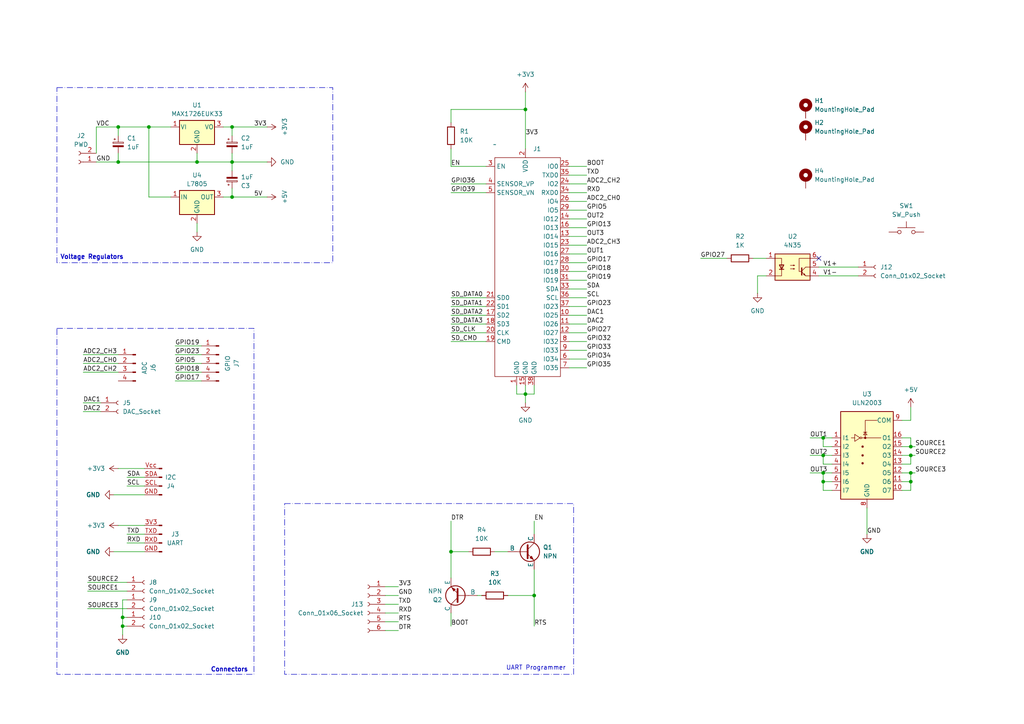
<source format=kicad_sch>
(kicad_sch (version 20231120) (generator "eeschema") (generator_version "8.0")
  (paper "A4")
  (lib_symbols
    (symbol "Alexander_Library_Symbols:Conn_I2C_01x04" (pin_names (offset 1.016) hide)
      (property "Reference" "J" (at 0 5.08 0))
      (property "Value" "I2C" (at 0 -7.62 0))
      (symbol "Conn_I2C_01x04_1_1"
        (polyline (pts (xy 1.27 -5.08) (xy 0.8636 -5.08)) (stroke (width 0.1524)))
        (polyline (pts (xy 1.27 -2.54) (xy 0.8636 -2.54)) (stroke (width 0.1524)))
        (polyline (pts (xy 1.27 0) (xy 0.8636 0)) (stroke (width 0.1524)))
        (polyline (pts (xy 1.27 2.54) (xy 0.8636 2.54)) (stroke (width 0.1524)))
        (rectangle (start 0.8636 -4.953) (end 0 -5.207) (stroke (width 0.1524)) (fill (type outline)))
        (rectangle (start 0.8636 -2.413) (end 0 -2.667) (stroke (width 0.1524)) (fill (type outline)))
        (rectangle (start 0.8636 0.127) (end 0 -0.127) (stroke (width 0.1524)) (fill (type outline)))
        (rectangle (start 0.8636 2.667) (end 0 2.413) (stroke (width 0.1524)) (fill (type outline)))
        (pin power_out line (at 5.08 -5.08 180) (length 3.81) (name "GND") (number "GND"))
        (pin bidirectional line (at 5.08 -2.54 180) (length 3.81) (name "SCL") (number "SCL"))
        (pin bidirectional line (at 5.08 0 180) (length 3.81) (name "SDA") (number "SDA"))
        (pin power_in line (at 5.08 2.54 180) (length 3.81) (name "VCC") (number "Vcc"))
      )
    )
    (symbol "Alexander_Library_Symbols:ESP32-WROOM-32D-SOCKET"
      (property "Reference" "J" (at 0 0 0))
      (symbol "ESP32-WROOM-32D-SOCKET_0_1"
        (rectangle (start 0 -3.81) (end 19.05 -67.31))
      )
      (symbol "ESP32-WROOM-32D-SOCKET_1_1"
        (pin power_out line (at 6.35 -69.85 90) (length 2.54) (name "GND") (number "1"))
        (pin bidirectional line (at 21.59 -49.53 180) (length 2.54) (name "IO25") (number "10"))
        (pin bidirectional line (at 21.59 -52.07 180) (length 2.54) (name "IO26") (number "11"))
        (pin bidirectional line (at 21.59 -54.61 180) (length 2.54) (name "IO27") (number "12"))
        (pin bidirectional line (at 21.59 -26.67 180) (length 2.54) (name "IO14") (number "13"))
        (pin bidirectional line (at 21.59 -21.59 180) (length 2.54) (name "IO12") (number "14"))
        (pin power_out line (at 8.89 -69.85 90) (length 2.54) (name "GND") (number "15"))
        (pin bidirectional line (at 21.59 -24.13 180) (length 2.54) (name "IO13") (number "16"))
        (pin input line (at -2.54 -49.53 0) (length 2.54) (name "SD2") (number "17"))
        (pin input line (at -2.54 -52.07 0) (length 2.54) (name "SD3") (number "18"))
        (pin input line (at -2.54 -57.15 0) (length 2.54) (name "CMD") (number "19"))
        (pin power_in line (at 8.89 -1.27 270) (length 2.54) (name "VDD") (number "2"))
        (pin input line (at -2.54 -54.61 0) (length 2.54) (name "CLK") (number "20"))
        (pin input line (at -2.54 -44.45 0) (length 2.54) (name "SD0") (number "21"))
        (pin input line (at -2.54 -46.99 0) (length 2.54) (name "SD1") (number "22"))
        (pin bidirectional line (at 21.59 -29.21 180) (length 2.54) (name "IO15") (number "23"))
        (pin bidirectional line (at 21.59 -11.43 180) (length 2.54) (name "IO2") (number "24"))
        (pin bidirectional line (at 21.59 -6.35 180) (length 2.54) (name "IO0") (number "25"))
        (pin bidirectional line (at 21.59 -16.51 180) (length 2.54) (name "IO4") (number "26"))
        (pin bidirectional line (at 21.59 -31.75 180) (length 2.54) (name "IO16") (number "27"))
        (pin bidirectional line (at 21.59 -34.29 180) (length 2.54) (name "IO17") (number "28"))
        (pin bidirectional line (at 21.59 -19.05 180) (length 2.54) (name "IO5") (number "29"))
        (pin input line (at -2.54 -6.35 0) (length 2.54) (name "EN") (number "3"))
        (pin bidirectional line (at 21.59 -36.83 180) (length 2.54) (name "IO18") (number "30"))
        (pin bidirectional line (at 21.59 -39.37 180) (length 2.54) (name "IO19") (number "31"))
        (pin bidirectional line (at 21.59 -41.91 180) (length 2.54) (name "SDA") (number "33"))
        (pin input line (at 21.59 -13.97 180) (length 2.54) (name "RXD0") (number "34"))
        (pin output line (at 21.59 -8.89 180) (length 2.54) (name "TXD0") (number "35"))
        (pin bidirectional line (at 21.59 -44.45 180) (length 2.54) (name "SCL") (number "36"))
        (pin bidirectional line (at 21.59 -46.99 180) (length 2.54) (name "IO23") (number "37"))
        (pin power_out line (at 11.43 -69.85 90) (length 2.54) (name "GND") (number "38"))
        (pin input line (at -2.54 -11.43 0) (length 2.54) (name "SENSOR_VP") (number "4"))
        (pin input line (at -2.54 -13.97 0) (length 2.54) (name "SENSOR_VN") (number "5"))
        (pin bidirectional line (at 21.59 -62.23 180) (length 2.54) (name "IO34") (number "6"))
        (pin bidirectional line (at 21.59 -64.77 180) (length 2.54) (name "IO35") (number "7"))
        (pin bidirectional line (at 21.59 -57.15 180) (length 2.54) (name "IO32") (number "8"))
        (pin bidirectional line (at 21.59 -59.69 180) (length 2.54) (name "IO33") (number "9"))
      )
    )
    (symbol "Conn_UART_1" (pin_names (offset 1.016) hide)
      (property "Reference" "J" (at 1.27 3.81 0))
      (property "Value" "UART" (at 2.54 -10.16 0))
      (symbol "Conn_UART_1_1_1"
        (polyline (pts (xy 1.27 -7.62) (xy 0.8636 -7.62)) (stroke (width 0.1524)))
        (polyline (pts (xy 1.27 -5.08) (xy 0.8636 -5.08)) (stroke (width 0.1524)))
        (polyline (pts (xy 1.27 -2.54) (xy 0.8636 -2.54)) (stroke (width 0.1524)))
        (polyline (pts (xy 1.27 0) (xy 0.8636 0)) (stroke (width 0.1524)))
        (rectangle (start 0.8636 -7.493) (end 0 -7.747) (stroke (width 0.1524)) (fill (type outline)))
        (rectangle (start 0.8636 -4.953) (end 0 -5.207) (stroke (width 0.1524)) (fill (type outline)))
        (rectangle (start 0.8636 -2.413) (end 0 -2.667) (stroke (width 0.1524)) (fill (type outline)))
        (rectangle (start 0.8636 0.127) (end 0 -0.127) (stroke (width 0.1524)) (fill (type outline)))
        (pin power_in line (at 5.08 0 180) (length 3.81) (name "3V3") (number "3V3"))
        (pin power_out line (at 5.08 -7.62 180) (length 3.81) (name "GND") (number "GND"))
        (pin input line (at 5.08 -5.08 180) (length 3.81) (name "RXD") (number "RXD"))
        (pin output line (at 5.08 -2.54 180) (length 3.81) (name "TXD") (number "TXD"))
      )
    )
    (symbol "Connector:Conn_01x02_Socket" (pin_names (offset 1.016) hide)
      (property "Reference" "J" (at 0 2.54 0))
      (property "Value" "Conn_01x02_Socket" (at 0 -5.08 0))
      (symbol "Conn_01x02_Socket_1_1"
        (arc (start 0 -2.032) (mid -0.5058 -2.54) (end 0 -3.048) (stroke (width 0.1524)))
        (polyline (pts (xy -1.27 -2.54) (xy -0.508 -2.54)) (stroke (width 0.1524)))
        (polyline (pts (xy -1.27 0) (xy -0.508 0)) (stroke (width 0.1524)))
        (arc (start 0 0.508) (mid -0.5058 0) (end 0 -0.508) (stroke (width 0.1524)))
        (pin passive line (at -5.08 0 0) (length 3.81) (name "Pin_1") (number "1"))
        (pin passive line (at -5.08 -2.54 0) (length 3.81) (name "Pin_2") (number "2"))
      )
    )
    (symbol "Connector:Conn_01x04_Pin" (pin_names (offset 1.016) hide)
      (property "Reference" "J" (at 0 5.08 0))
      (property "Value" "I2C" (at 0 -7.62 0))
      (symbol "Conn_01x04_Pin_1_1"
        (polyline (pts (xy 1.27 -5.08) (xy 0.8636 -5.08)) (stroke (width 0.1524)))
        (polyline (pts (xy 1.27 -2.54) (xy 0.8636 -2.54)) (stroke (width 0.1524)))
        (polyline (pts (xy 1.27 0) (xy 0.8636 0)) (stroke (width 0.1524)))
        (polyline (pts (xy 1.27 2.54) (xy 0.8636 2.54)) (stroke (width 0.1524)))
        (rectangle (start 0.8636 -4.953) (end 0 -5.207) (stroke (width 0.1524)) (fill (type outline)))
        (rectangle (start 0.8636 -2.413) (end 0 -2.667) (stroke (width 0.1524)) (fill (type outline)))
        (rectangle (start 0.8636 0.127) (end 0 -0.127) (stroke (width 0.1524)) (fill (type outline)))
        (rectangle (start 0.8636 2.667) (end 0 2.413) (stroke (width 0.1524)) (fill (type outline)))
        (pin passive line (at 5.08 2.54 180) (length 3.81) (name "Pin_1") (number "1"))
        (pin passive line (at 5.08 0 180) (length 3.81) (name "Pin_2") (number "2"))
        (pin passive line (at 5.08 -2.54 180) (length 3.81) (name "Pin_3") (number "3"))
        (pin passive line (at 5.08 -5.08 180) (length 3.81) (name "Pin_4") (number "4"))
      )
    )
    (symbol "Connector:Conn_01x05_Pin" (pin_names (offset 1.016) hide)
      (property "Reference" "J" (at 0 7.62 0))
      (property "Value" "Conn_01x05_Pin" (at 0 -7.62 0))
      (symbol "Conn_01x05_Pin_1_1"
        (polyline (pts (xy 1.27 -5.08) (xy 0.8636 -5.08)) (stroke (width 0.1524)))
        (polyline (pts (xy 1.27 -2.54) (xy 0.8636 -2.54)) (stroke (width 0.1524)))
        (polyline (pts (xy 1.27 0) (xy 0.8636 0)) (stroke (width 0.1524)))
        (polyline (pts (xy 1.27 2.54) (xy 0.8636 2.54)) (stroke (width 0.1524)))
        (polyline (pts (xy 1.27 5.08) (xy 0.8636 5.08)) (stroke (width 0.1524)))
        (rectangle (start 0.8636 -4.953) (end 0 -5.207) (stroke (width 0.1524)) (fill (type outline)))
        (rectangle (start 0.8636 -2.413) (end 0 -2.667) (stroke (width 0.1524)) (fill (type outline)))
        (rectangle (start 0.8636 0.127) (end 0 -0.127) (stroke (width 0.1524)) (fill (type outline)))
        (rectangle (start 0.8636 2.667) (end 0 2.413) (stroke (width 0.1524)) (fill (type outline)))
        (rectangle (start 0.8636 5.207) (end 0 4.953) (stroke (width 0.1524)) (fill (type outline)))
        (pin passive line (at 5.08 5.08 180) (length 3.81) (name "Pin_1") (number "1"))
        (pin passive line (at 5.08 2.54 180) (length 3.81) (name "Pin_2") (number "2"))
        (pin passive line (at 5.08 0 180) (length 3.81) (name "Pin_3") (number "3"))
        (pin passive line (at 5.08 -2.54 180) (length 3.81) (name "Pin_4") (number "4"))
        (pin passive line (at 5.08 -5.08 180) (length 3.81) (name "Pin_5") (number "5"))
      )
    )
    (symbol "Connector:Conn_01x06_Socket" (pin_names (offset 1.016) hide)
      (property "Reference" "J" (at 0 7.62 0))
      (property "Value" "Conn_01x06_Socket" (at 0 -10.16 0))
      (symbol "Conn_01x06_Socket_1_1"
        (arc (start 0 -7.112) (mid -0.5058 -7.62) (end 0 -8.128) (stroke (width 0.1524)))
        (arc (start 0 -4.572) (mid -0.5058 -5.08) (end 0 -5.588) (stroke (width 0.1524)))
        (arc (start 0 -2.032) (mid -0.5058 -2.54) (end 0 -3.048) (stroke (width 0.1524)))
        (polyline (pts (xy -1.27 -7.62) (xy -0.508 -7.62)) (stroke (width 0.1524)))
        (polyline (pts (xy -1.27 -5.08) (xy -0.508 -5.08)) (stroke (width 0.1524)))
        (polyline (pts (xy -1.27 -2.54) (xy -0.508 -2.54)) (stroke (width 0.1524)))
        (polyline (pts (xy -1.27 0) (xy -0.508 0)) (stroke (width 0.1524)))
        (polyline (pts (xy -1.27 2.54) (xy -0.508 2.54)) (stroke (width 0.1524)))
        (polyline (pts (xy -1.27 5.08) (xy -0.508 5.08)) (stroke (width 0.1524)))
        (arc (start 0 0.508) (mid -0.5058 0) (end 0 -0.508) (stroke (width 0.1524)))
        (arc (start 0 3.048) (mid -0.5058 2.54) (end 0 2.032) (stroke (width 0.1524)))
        (arc (start 0 5.588) (mid -0.5058 5.08) (end 0 4.572) (stroke (width 0.1524)))
        (pin passive line (at -5.08 5.08 0) (length 3.81) (name "Pin_1") (number "1"))
        (pin passive line (at -5.08 2.54 0) (length 3.81) (name "Pin_2") (number "2"))
        (pin passive line (at -5.08 0 0) (length 3.81) (name "Pin_3") (number "3"))
        (pin passive line (at -5.08 -2.54 0) (length 3.81) (name "Pin_4") (number "4"))
        (pin passive line (at -5.08 -5.08 0) (length 3.81) (name "Pin_5") (number "5"))
        (pin passive line (at -5.08 -7.62 0) (length 3.81) (name "Pin_6") (number "6"))
      )
    )
    (symbol "Device:C_Polarized_Small" (pin_numbers hide) (pin_names (offset 0.254) hide)
      (property "Reference" "C" (at 0.254 1.778 0))
      (property "Value" "C_Polarized_Small" (at 0.254 -2.032 0))
      (symbol "C_Polarized_Small_0_1"
        (rectangle (start -1.524 -0.3048) (end 1.524 -0.6858) (fill (type outline)))
        (rectangle (start -1.524 0.6858) (end 1.524 0.3048))
        (polyline (pts (xy -1.27 1.524) (xy -0.762 1.524)))
        (polyline (pts (xy -1.016 1.27) (xy -1.016 1.778)))
      )
      (symbol "C_Polarized_Small_1_1"
        (pin passive line (at 0 2.54 270) (length 1.8542) (name "~") (number "1"))
        (pin passive line (at 0 -2.54 90) (length 1.8542) (name "~") (number "2"))
      )
    )
    (symbol "Device:R" (pin_numbers hide) (pin_names (offset 0))
      (property "Reference" "R" (at 2.032 0 90))
      (property "Value" "R" (at 0 0 90))
      (symbol "R_0_1"
        (rectangle (start -1.016 -2.54) (end 1.016 2.54) (stroke (width 0.254)))
      )
      (symbol "R_1_1"
        (pin passive line (at 0 3.81 270) (length 1.27) (name "~") (number "1"))
        (pin passive line (at 0 -3.81 90) (length 1.27) (name "~") (number "2"))
      )
    )
    (symbol "GND_1" (power) (pin_numbers hide) (pin_names (offset 0) hide)
      (property "Value" "GND" (at 0 -3.81 0))
      (symbol "GND_1_0_1"
        (polyline (pts (xy 0 0) (xy 0 -1.27) (xy 1.27 -1.27) (xy 0 -2.54) (xy -1.27 -1.27) (xy 0 -1.27)))
      )
      (symbol "GND_1_1_1"
        (pin power_in line (at 0 0 270) (length 0) (name "~") (number "1"))
      )
    )
    (symbol "GND_2" (power) (pin_numbers hide) (pin_names (offset 0) hide)
      (property "Value" "GND" (at 0 -3.81 0))
      (symbol "GND_2_0_1"
        (polyline (pts (xy 0 0) (xy 0 -1.27) (xy 1.27 -1.27) (xy 0 -2.54) (xy -1.27 -1.27) (xy 0 -1.27)))
      )
      (symbol "GND_2_1_1"
        (pin power_in line (at 0 0 270) (length 0) (name "~") (number "1"))
      )
    )
    (symbol "Isolator:4N35" (pin_names (offset 1.016))
      (property "Reference" "U" (at -5.08 5.08 0))
      (property "Value" "4N35" (at 0 5.08 0))
      (symbol "4N35_0_1"
        (rectangle (start -5.08 3.81) (end 5.08 -3.81) (stroke (width 0.254)) (fill (type background)))
        (polyline (pts (xy -3.81 -0.635) (xy -2.54 -0.635)) (stroke (width 0.254)))
        (polyline (pts (xy 2.667 -1.397) (xy 3.81 -2.54)))
        (polyline (pts (xy 2.667 -1.143) (xy 3.81 0)))
        (polyline (pts (xy 3.81 -2.54) (xy 5.08 -2.54)))
        (polyline (pts (xy 3.81 0) (xy 5.08 0)))
        (polyline (pts (xy 2.667 -0.254) (xy 2.667 -2.286) (xy 2.667 -2.286)) (stroke (width 0.3556)))
        (polyline (pts (xy -5.08 -2.54) (xy -3.175 -2.54) (xy -3.175 2.54) (xy -5.08 2.54)))
        (polyline (pts (xy -3.175 -0.635) (xy -3.81 0.635) (xy -2.54 0.635) (xy -3.175 -0.635)) (stroke (width 0.254)))
        (polyline (pts (xy 3.683 -2.413) (xy 3.429 -1.905) (xy 3.175 -2.159) (xy 3.683 -2.413)))
        (polyline (pts (xy 5.08 2.54) (xy 1.905 2.54) (xy 1.905 -1.27) (xy 2.54 -1.27)))
        (polyline (pts (xy -0.635 -0.508) (xy 0.635 -0.508) (xy 0.254 -0.635) (xy 0.254 -0.381) (xy 0.635 -0.508)))
        (polyline (pts (xy -0.635 0.508) (xy 0.635 0.508) (xy 0.254 0.381) (xy 0.254 0.635) (xy 0.635 0.508)))
      )
      (symbol "4N35_1_1"
        (pin passive line (at -7.62 2.54 0) (length 2.54) (name "~") (number "1"))
        (pin passive line (at -7.62 -2.54 0) (length 2.54) (name "~") (number "2"))
        (pin no_connect line (at -5.08 0 0) (length 2.54) hide (name "NC") (number "3"))
        (pin passive line (at 7.62 -2.54 180) (length 2.54) (name "~") (number "4"))
        (pin passive line (at 7.62 0 180) (length 2.54) (name "~") (number "5"))
        (pin passive line (at 7.62 2.54 180) (length 2.54) (name "~") (number "6"))
      )
    )
    (symbol "Mechanical:MountingHole_Pad" (pin_numbers hide) (pin_names (offset 1.016) hide)
      (property "Reference" "H" (at 0 6.35 0))
      (property "Value" "MountingHole_Pad" (at 0 4.445 0))
      (symbol "MountingHole_Pad_0_1"
        (circle (center 0 1.27) (radius 1.27) (stroke (width 1.27)))
      )
      (symbol "MountingHole_Pad_1_1"
        (pin input line (at 0 -2.54 90) (length 2.54) (name "1") (number "1"))
      )
    )
    (symbol "Regulator_Linear:L7805" (pin_names (offset 0.254))
      (property "Reference" "U4" (at 0 6.35 0))
      (property "Value" "L7805" (at 0 3.81 0))
      (symbol "L7805_0_1"
        (rectangle (start -5.08 1.905) (end 5.08 -5.08) (stroke (width 0.254)) (fill (type background)))
      )
      (symbol "L7805_1_1"
        (pin power_in line (at -7.62 0 0) (length 2.54) (name "IN") (number "1"))
        (pin power_in line (at 0 -7.62 90) (length 2.54) (name "GND") (number "2"))
        (pin power_out line (at 7.62 0 180) (length 2.54) (name "OUT") (number "3"))
      )
    )
    (symbol "Regulator_Linear:LM78M05_TO220" (pin_names (offset 0.254))
      (property "Reference" "U" (at -3.81 3.175 0))
      (property "Value" "LM78M05_TO220" (at 0 3.175 0))
      (symbol "LM78M05_TO220_0_1"
        (rectangle (start -5.08 1.905) (end 5.08 -5.08) (stroke (width 0.254)) (fill (type background)))
      )
      (symbol "LM78M05_TO220_1_1"
        (pin power_in line (at -7.62 0 0) (length 2.54) (name "VI") (number "1"))
        (pin power_in line (at 0 -7.62 90) (length 2.54) (name "GND") (number "2"))
        (pin power_out line (at 7.62 0 180) (length 2.54) (name "VO") (number "3"))
      )
    )
    (symbol "Simulation_SPICE:NPN" (pin_numbers hide) (pin_names (offset 0))
      (property "Reference" "Q" (at -2.54 7.62 0))
      (property "Value" "NPN" (at -2.54 5.08 0))
      (symbol "NPN_0_1"
        (polyline (pts (xy -2.54 0) (xy 0.635 0)) (stroke (width 0.1524)))
        (polyline (pts (xy 0.635 0.635) (xy 2.54 2.54)))
        (polyline (pts (xy 2.794 -1.27) (xy 2.794 -1.27)) (stroke (width 0.1524)))
        (polyline (pts (xy 2.794 -1.27) (xy 2.794 -1.27)) (stroke (width 0.1524)))
        (polyline (pts (xy 0.635 -0.635) (xy 2.54 -2.54) (xy 2.54 -2.54)))
        (polyline (pts (xy 0.635 1.905) (xy 0.635 -1.905) (xy 0.635 -1.905)) (stroke (width 0.508)))
        (polyline (pts (xy 1.27 -1.778) (xy 1.778 -1.27) (xy 2.286 -2.286) (xy 1.27 -1.778) (xy 1.27 -1.778)) (fill (type outline)))
        (circle (center 1.27 0) (radius 2.8194) (stroke (width 0.254)))
      )
      (symbol "NPN_1_1"
        (pin open_collector line (at 2.54 5.08 270) (length 2.54) (name "C") (number "1"))
        (pin input line (at -5.08 0 0) (length 2.54) (name "B") (number "2"))
        (pin open_emitter line (at 2.54 -5.08 90) (length 2.54) (name "E") (number "3"))
      )
    )
    (symbol "Switch:SW_Push" (pin_numbers hide) (pin_names (offset 1.016) hide)
      (property "Reference" "SW" (at 1.27 2.54 0))
      (property "Value" "SW_Push" (at 0 -1.524 0))
      (symbol "SW_Push_0_1"
        (circle (center -2.032 0) (radius 0.508))
        (polyline (pts (xy 0 1.27) (xy 0 3.048)))
        (polyline (pts (xy 2.54 1.27) (xy -2.54 1.27)))
        (circle (center 2.032 0) (radius 0.508))
        (pin passive line (at -5.08 0 0) (length 2.54) (name "1") (number "1"))
        (pin passive line (at 5.08 0 180) (length 2.54) (name "2") (number "2"))
      )
    )
    (symbol "Transistor_Array:ULN2003"
      (property "Reference" "U" (at 0 15.875 0))
      (property "Value" "ULN2003" (at 0 13.97 0))
      (symbol "ULN2003_0_1"
        (rectangle (start -7.62 -12.7) (end 7.62 12.7) (stroke (width 0.254)) (fill (type background)))
        (circle (center -1.778 5.08) (radius 0.254))
        (circle (center -1.27 -2.286) (radius 0.254) (fill (type outline)))
        (circle (center -1.27 0) (radius 0.254) (fill (type outline)))
        (circle (center -1.27 2.54) (radius 0.254) (fill (type outline)))
        (circle (center -0.508 5.08) (radius 0.254) (fill (type outline)))
        (polyline (pts (xy -4.572 5.08) (xy -3.556 5.08)))
        (polyline (pts (xy -1.524 5.08) (xy 4.064 5.08)))
        (polyline (pts (xy 0 6.731) (xy -1.016 6.731)))
        (polyline (pts (xy -0.508 5.08) (xy -0.508 10.16) (xy 2.921 10.16)))
        (polyline (pts (xy -3.556 6.096) (xy -3.556 4.064) (xy -2.032 5.08) (xy -3.556 6.096)))
        (polyline (pts (xy 0 5.969) (xy -1.016 5.969) (xy -0.508 6.731) (xy 0 5.969)))
      )
      (symbol "ULN2003_1_1"
        (pin input line (at -10.16 5.08 0) (length 2.54) (name "I1") (number "1"))
        (pin open_collector line (at 10.16 -10.16 180) (length 2.54) (name "O7") (number "10"))
        (pin open_collector line (at 10.16 -7.62 180) (length 2.54) (name "O6") (number "11"))
        (pin open_collector line (at 10.16 -5.08 180) (length 2.54) (name "O5") (number "12"))
        (pin open_collector line (at 10.16 -2.54 180) (length 2.54) (name "O4") (number "13"))
        (pin open_collector line (at 10.16 0 180) (length 2.54) (name "O3") (number "14"))
        (pin open_collector line (at 10.16 2.54 180) (length 2.54) (name "O2") (number "15"))
        (pin open_collector line (at 10.16 5.08 180) (length 2.54) (name "O1") (number "16"))
        (pin input line (at -10.16 2.54 0) (length 2.54) (name "I2") (number "2"))
        (pin input line (at -10.16 0 0) (length 2.54) (name "I3") (number "3"))
        (pin input line (at -10.16 -2.54 0) (length 2.54) (name "I4") (number "4"))
        (pin input line (at -10.16 -5.08 0) (length 2.54) (name "I5") (number "5"))
        (pin input line (at -10.16 -7.62 0) (length 2.54) (name "I6") (number "6"))
        (pin input line (at -10.16 -10.16 0) (length 2.54) (name "I7") (number "7"))
        (pin power_in line (at 0 -15.24 90) (length 2.54) (name "GND") (number "8"))
        (pin passive line (at 10.16 10.16 180) (length 2.54) (name "COM") (number "9"))
      )
    )
    (symbol "power:+3V3" (power) (pin_names (offset 0))
      (property "Value" "+3V3" (at 0 3.556 0))
      (symbol "+3V3_0_1"
        (polyline (pts (xy -0.762 1.27) (xy 0 2.54)))
        (polyline (pts (xy 0 0) (xy 0 2.54)))
        (polyline (pts (xy 0 2.54) (xy 0.762 1.27)))
      )
      (symbol "+3V3_1_1"
        (pin power_in line (at 0 0 90) (length 0) hide (name "+3V3") (number "1"))
      )
    )
    (symbol "power:+5V" (power) (pin_names (offset 0))
      (property "Value" "+5V" (at 0 3.556 0))
      (symbol "+5V_0_1"
        (polyline (pts (xy -0.762 1.27) (xy 0 2.54)))
        (polyline (pts (xy 0 0) (xy 0 2.54)))
        (polyline (pts (xy 0 2.54) (xy 0.762 1.27)))
      )
      (symbol "+5V_1_1"
        (pin power_in line (at 0 0 90) (length 0) hide (name "+5V") (number "1"))
      )
    )
    (symbol "power:GND" (power) (pin_names (offset 0))
      (property "Value" "GND" (at 0 -3.81 0))
      (symbol "GND_0_1"
        (polyline (pts (xy 0 0) (xy 0 -1.27) (xy 1.27 -1.27) (xy 0 -2.54) (xy -1.27 -1.27) (xy 0 -1.27)))
      )
      (symbol "GND_1_1"
        (pin power_in line (at 0 0 270) (length 0) hide (name "GND") (number "1"))
      )
    )
  )
  (junction (at 57.15 46.99))
  (junction (at 67.31 46.99))
  (junction (at 34.29 46.99))
  (junction (at 238.76 139.7))
  (junction (at 152.4 31.75))
  (junction (at 264.16 129.54))
  (junction (at 238.76 137.16))
  (junction (at 67.31 57.15))
  (junction (at 238.76 132.08))
  (junction (at 264.16 137.16))
  (junction (at 130.81 160.02))
  (junction (at 264.16 139.7))
  (junction (at 43.18 36.83))
  (junction (at 154.94 172.72))
  (junction (at 35.56 179.07))
  (junction (at 264.16 132.08))
  (junction (at 67.31 36.83))
  (junction (at 35.56 181.61))
  (junction (at 34.29 36.83))
  (junction (at 238.76 127))
  (junction (at 152.4 114.3))
  (no_connect (at 237.49 74.93))
  (wire (pts (xy 165.1 53.34) (xy 170.18 53.34)))
  (wire (pts (xy 57.15 64.77) (xy 57.15 67.31)))
  (wire (pts (xy 130.81 96.52) (xy 140.97 96.52)))
  (wire (pts (xy 35.56 173.99) (xy 35.56 179.07)))
  (wire (pts (xy 36.83 140.97) (xy 41.91 140.97)))
  (wire (pts (xy 111.76 180.34) (xy 115.57 180.34)))
  (wire (pts (xy 25.4 168.91) (xy 36.83 168.91)))
  (wire (pts (xy 165.1 58.42) (xy 170.18 58.42)))
  (wire (pts (xy 130.81 160.02) (xy 135.89 160.02)))
  (wire (pts (xy 111.76 170.18) (xy 115.57 170.18)))
  (wire (pts (xy 130.81 93.98) (xy 140.97 93.98)))
  (wire (pts (xy 49.53 57.15) (xy 43.18 57.15)))
  (wire (pts (xy 36.83 154.94) (xy 41.91 154.94)))
  (wire (pts (xy 154.94 151.13) (xy 154.94 154.94)))
  (wire (pts (xy 152.4 26.67) (xy 152.4 31.75)))
  (wire (pts (xy 165.1 73.66) (xy 170.18 73.66)))
  (wire (pts (xy 165.1 76.2) (xy 170.18 76.2)))
  (wire (pts (xy 34.29 135.89) (xy 41.91 135.89)))
  (wire (pts (xy 35.56 179.07) (xy 35.56 181.61)))
  (wire (pts (xy 143.51 160.02) (xy 147.32 160.02)))
  (wire (pts (xy 57.15 44.45) (xy 57.15 46.99)))
  (wire (pts (xy 165.1 99.06) (xy 170.18 99.06)))
  (wire (pts (xy 34.29 107.95) (xy 24.13 107.95)))
  (wire (pts (xy 241.3 137.16) (xy 238.76 137.16)))
  (wire (pts (xy 149.86 114.3) (xy 152.4 114.3)))
  (wire (pts (xy 58.42 102.87) (xy 50.8 102.87)))
  (wire (pts (xy 67.31 44.45) (xy 67.31 46.99)))
  (wire (pts (xy 241.3 134.62) (xy 238.76 134.62)))
  (wire (pts (xy 34.29 102.87) (xy 24.13 102.87)))
  (wire (pts (xy 165.1 48.26) (xy 170.18 48.26)))
  (wire (pts (xy 264.16 121.92) (xy 261.62 121.92)))
  (wire (pts (xy 234.95 137.16) (xy 238.76 137.16)))
  (wire (pts (xy 238.76 142.24) (xy 238.76 139.7)))
  (wire (pts (xy 58.42 105.41) (xy 50.8 105.41)))
  (wire (pts (xy 165.1 101.6) (xy 170.18 101.6)))
  (wire (pts (xy 140.97 48.26) (xy 130.81 48.26)))
  (wire (pts (xy 111.76 182.88) (xy 115.57 182.88)))
  (wire (pts (xy 149.86 111.76) (xy 149.86 114.3)))
  (wire (pts (xy 43.18 36.83) (xy 49.53 36.83)))
  (wire (pts (xy 24.13 116.84) (xy 29.21 116.84)))
  (wire (pts (xy 130.81 55.88) (xy 140.97 55.88)))
  (wire (pts (xy 130.81 31.75) (xy 130.81 35.56)))
  (wire (pts (xy 264.16 142.24) (xy 264.16 139.7)))
  (wire (pts (xy 34.29 152.4) (xy 41.91 152.4)))
  (wire (pts (xy 34.29 36.83) (xy 34.29 39.37)))
  (wire (pts (xy 34.29 44.45) (xy 34.29 46.99)))
  (wire (pts (xy 152.4 114.3) (xy 152.4 116.84)))
  (wire (pts (xy 130.81 88.9) (xy 140.97 88.9)))
  (wire (pts (xy 264.16 118.11) (xy 264.16 121.92)))
  (wire (pts (xy 25.4 171.45) (xy 36.83 171.45)))
  (wire (pts (xy 261.62 132.08) (xy 264.16 132.08)))
  (wire (pts (xy 130.81 86.36) (xy 140.97 86.36)))
  (wire (pts (xy 165.1 104.14) (xy 170.18 104.14)))
  (wire (pts (xy 237.49 80.01) (xy 248.92 80.01)))
  (wire (pts (xy 43.18 36.83) (xy 43.18 57.15)))
  (wire (pts (xy 218.44 74.93) (xy 222.25 74.93)))
  (wire (pts (xy 36.83 173.99) (xy 35.56 173.99)))
  (wire (pts (xy 67.31 57.15) (xy 77.47 57.15)))
  (wire (pts (xy 264.16 139.7) (xy 264.16 137.16)))
  (wire (pts (xy 67.31 46.99) (xy 77.47 46.99)))
  (wire (pts (xy 154.94 165.1) (xy 154.94 172.72)))
  (wire (pts (xy 264.16 129.54) (xy 264.16 127)))
  (wire (pts (xy 165.1 88.9) (xy 170.18 88.9)))
  (wire (pts (xy 36.83 181.61) (xy 35.56 181.61)))
  (wire (pts (xy 25.4 176.53) (xy 36.83 176.53)))
  (wire (pts (xy 165.1 96.52) (xy 170.18 96.52)))
  (wire (pts (xy 35.56 181.61) (xy 35.56 184.15)))
  (wire (pts (xy 64.77 57.15) (xy 67.31 57.15)))
  (wire (pts (xy 241.3 132.08) (xy 238.76 132.08)))
  (wire (pts (xy 41.91 143.51) (xy 33.02 143.51)))
  (wire (pts (xy 261.62 129.54) (xy 264.16 129.54)))
  (wire (pts (xy 36.83 157.48) (xy 41.91 157.48)))
  (wire (pts (xy 130.81 31.75) (xy 152.4 31.75)))
  (wire (pts (xy 67.31 46.99) (xy 67.31 49.53)))
  (wire (pts (xy 165.1 50.8) (xy 170.18 50.8)))
  (wire (pts (xy 64.77 36.83) (xy 67.31 36.83)))
  (wire (pts (xy 165.1 93.98) (xy 170.18 93.98)))
  (wire (pts (xy 58.42 107.95) (xy 50.8 107.95)))
  (wire (pts (xy 251.46 147.32) (xy 251.46 154.94)))
  (wire (pts (xy 264.16 132.08) (xy 265.43 132.08)))
  (wire (pts (xy 111.76 175.26) (xy 115.57 175.26)))
  (wire (pts (xy 57.15 46.99) (xy 67.31 46.99)))
  (wire (pts (xy 154.94 172.72) (xy 154.94 181.61)))
  (wire (pts (xy 111.76 177.8) (xy 115.57 177.8)))
  (wire (pts (xy 237.49 77.47) (xy 248.92 77.47)))
  (wire (pts (xy 165.1 81.28) (xy 170.18 81.28)))
  (wire (pts (xy 261.62 127) (xy 264.16 127)))
  (wire (pts (xy 130.81 99.06) (xy 140.97 99.06)))
  (wire (pts (xy 264.16 137.16) (xy 265.43 137.16)))
  (wire (pts (xy 67.31 39.37) (xy 67.31 36.83)))
  (wire (pts (xy 165.1 55.88) (xy 170.18 55.88)))
  (wire (pts (xy 111.76 172.72) (xy 115.57 172.72)))
  (wire (pts (xy 27.94 36.83) (xy 34.29 36.83)))
  (wire (pts (xy 165.1 66.04) (xy 170.18 66.04)))
  (wire (pts (xy 165.1 83.82) (xy 170.18 83.82)))
  (wire (pts (xy 264.16 129.54) (xy 265.43 129.54)))
  (wire (pts (xy 154.94 172.72) (xy 147.32 172.72)))
  (wire (pts (xy 130.81 151.13) (xy 130.81 160.02)))
  (wire (pts (xy 130.81 53.34) (xy 140.97 53.34)))
  (wire (pts (xy 41.91 160.02) (xy 33.02 160.02)))
  (wire (pts (xy 165.1 71.12) (xy 170.18 71.12)))
  (wire (pts (xy 203.2 74.93) (xy 210.82 74.93)))
  (wire (pts (xy 261.62 134.62) (xy 264.16 134.62)))
  (wire (pts (xy 165.1 63.5) (xy 170.18 63.5)))
  (wire (pts (xy 261.62 142.24) (xy 264.16 142.24)))
  (wire (pts (xy 165.1 91.44) (xy 170.18 91.44)))
  (wire (pts (xy 165.1 106.68) (xy 170.18 106.68)))
  (wire (pts (xy 241.3 139.7) (xy 238.76 139.7)))
  (wire (pts (xy 67.31 54.61) (xy 67.31 57.15)))
  (wire (pts (xy 264.16 134.62) (xy 264.16 132.08)))
  (wire (pts (xy 152.4 31.75) (xy 152.4 43.18)))
  (wire (pts (xy 138.43 172.72) (xy 139.7 172.72)))
  (wire (pts (xy 238.76 134.62) (xy 238.76 132.08)))
  (wire (pts (xy 219.71 85.09) (xy 219.71 80.01)))
  (wire (pts (xy 165.1 68.58) (xy 170.18 68.58)))
  (wire (pts (xy 24.13 119.38) (xy 29.21 119.38)))
  (wire (pts (xy 154.94 114.3) (xy 152.4 114.3)))
  (wire (pts (xy 238.76 129.54) (xy 238.76 127)))
  (wire (pts (xy 130.81 177.8) (xy 130.81 181.61)))
  (wire (pts (xy 234.95 132.08) (xy 238.76 132.08)))
  (wire (pts (xy 165.1 60.96) (xy 170.18 60.96)))
  (wire (pts (xy 241.3 127) (xy 238.76 127)))
  (wire (pts (xy 154.94 111.76) (xy 154.94 114.3)))
  (wire (pts (xy 261.62 139.7) (xy 264.16 139.7)))
  (wire (pts (xy 261.62 137.16) (xy 264.16 137.16)))
  (wire (pts (xy 234.95 127) (xy 238.76 127)))
  (wire (pts (xy 165.1 78.74) (xy 170.18 78.74)))
  (wire (pts (xy 238.76 139.7) (xy 238.76 137.16)))
  (wire (pts (xy 58.42 110.49) (xy 50.8 110.49)))
  (wire (pts (xy 36.83 138.43) (xy 41.91 138.43)))
  (wire (pts (xy 165.1 86.36) (xy 170.18 86.36)))
  (wire (pts (xy 34.29 36.83) (xy 43.18 36.83)))
  (wire (pts (xy 130.81 91.44) (xy 140.97 91.44)))
  (wire (pts (xy 130.81 160.02) (xy 130.81 167.64)))
  (wire (pts (xy 130.81 43.18) (xy 130.81 48.26)))
  (wire (pts (xy 58.42 100.33) (xy 50.8 100.33)))
  (wire (pts (xy 67.31 36.83) (xy 77.47 36.83)))
  (wire (pts (xy 27.94 46.99) (xy 34.29 46.99)))
  (wire (pts (xy 34.29 105.41) (xy 24.13 105.41)))
  (wire (pts (xy 241.3 142.24) (xy 238.76 142.24)))
  (wire (pts (xy 219.71 80.01) (xy 222.25 80.01)))
  (wire (pts (xy 241.3 129.54) (xy 238.76 129.54)))
  (wire (pts (xy 35.56 179.07) (xy 36.83 179.07)))
  (wire (pts (xy 152.4 111.76) (xy 152.4 114.3)))
  (wire (pts (xy 34.29 46.99) (xy 57.15 46.99)))
  (wire (pts (xy 27.94 36.83) (xy 27.94 44.45)))
  (rectangle (start 82.55 146.05) (end 166.37 195.58) (stroke (width 0) (type dash_dot)))
  (rectangle (start 16.51 95.25) (end 73.66 195.58) (stroke (width 0) (type dash_dot)))
  (rectangle (start 16.51 25.4) (end 96.52 76.2) (stroke (width 0) (type dash_dot)))
  (text "Voltage Regulators" (at 26.67 73.914 0) (effects (font (size 1.27 1.27) (thickness 0.254) (bold yes)) (justify top)))
  (text "UART Programmer" (at 155.448 193.802 0) (effects (font (size 1.27 1.27))))
  (text "Connectors\n" (at 66.548 194.31 0) (effects (font (size 1.27 1.27) (thickness 0.254) (bold yes))))
  (label "ADC2_CH3" (at 24.13 102.87 0))
  (label "ADC2_CH0" (at 24.13 105.41 0))
  (label "SD_DATA1" (at 130.81 88.9 0))
  (label "SOURCE1" (at 25.4 171.45 0))
  (label "TXD" (at 115.57 175.26 0))
  (label "GPIO27" (at 170.18 96.52 0))
  (label "GPIO5" (at 170.18 60.96 0))
  (label "ADC2_CH2" (at 24.13 107.95 0))
  (label "RTS" (at 154.94 181.61 0))
  (label "ADC2_CH2" (at 170.18 53.34 0))
  (label "OUT1" (at 170.18 73.66 0))
  (label "OUT2" (at 170.18 63.5 0))
  (label "3V3" (at 115.57 170.18 0))
  (label "SD_DATA0" (at 130.81 86.36 0))
  (label "EN" (at 154.94 151.13 0))
  (label "GPIO23" (at 170.18 88.9 0))
  (label "VDC" (at 27.94 36.83 0))
  (label "GPIO13" (at 170.18 66.04 0))
  (label "SOURCE3" (at 25.4 176.53 0))
  (label "SD_CLK" (at 130.81 96.52 0))
  (label "DAC2" (at 24.13 119.38 0))
  (label "TXD" (at 170.18 50.8 0))
  (label "OUT2" (at 234.95 132.08 0))
  (label "SDA" (at 170.18 83.82 0))
  (label "SD_CMD" (at 130.81 99.06 0))
  (label "SD_DATA3" (at 130.81 93.98 0))
  (label "GPIO17" (at 170.18 76.2 0))
  (label "GPIO23" (at 50.8 102.87 0))
  (label "GPIO5" (at 50.8 105.41 0))
  (label "DTR" (at 130.81 151.13 0))
  (label "SD_DATA2" (at 130.81 91.44 0))
  (label "GPIO34" (at 170.18 104.14 0))
  (label "OUT3" (at 170.18 68.58 0))
  (label "RTS" (at 115.57 180.34 0))
  (label "SCL" (at 170.18 86.36 0))
  (label "GPIO18" (at 170.18 78.74 0))
  (label "V1-" (at 238.76 80.01 0))
  (label "BOOT" (at 130.81 181.61 0))
  (label "RXD" (at 36.83 157.48 0))
  (label "GPIO27" (at 203.2 74.93 0))
  (label "SCL" (at 36.83 140.97 0))
  (label "GND" (at 115.57 172.72 0))
  (label "GPIO33" (at 170.18 101.6 0))
  (label "3V3" (at 152.4 39.37 0))
  (label "ADC2_CH3" (at 170.18 71.12 0))
  (label "GPIO35" (at 170.18 106.68 0))
  (label "GPIO39" (at 130.81 55.88 0))
  (label "SOURCE1" (at 265.43 129.54 0))
  (label "OUT3" (at 234.95 137.16 0))
  (label "GPIO17" (at 50.8 110.49 0))
  (label "GPIO18" (at 50.8 107.95 0))
  (label "SOURCE2" (at 265.43 132.08 0))
  (label "BOOT" (at 170.18 48.26 0))
  (label "RXD" (at 115.57 177.8 0))
  (label "SOURCE3" (at 265.43 137.16 0))
  (label "DTR" (at 115.57 182.88 0))
  (label "ADC2_CH0" (at 170.18 58.42 0))
  (label "5V" (at 73.66 57.15 0))
  (label "GPIO32" (at 170.18 99.06 0))
  (label "DAC2" (at 170.18 93.98 0))
  (label "DAC1" (at 170.18 91.44 0))
  (label "3V3" (at 73.66 36.83 0))
  (label "SDA" (at 36.83 138.43 0))
  (label "GPIO19" (at 50.8 100.33 0))
  (label "OUT1" (at 234.95 127 0))
  (label "GPIO36" (at 130.81 53.34 0))
  (label "GPIO19" (at 170.18 81.28 0))
  (label "GND" (at 27.94 46.99 0))
  (label "V1+" (at 238.76 77.47 0))
  (label "DAC1" (at 24.13 116.84 0))
  (label "EN" (at 130.81 48.26 0))
  (label "GND" (at 251.46 154.94 0))
  (label "TXD" (at 36.83 154.94 0))
  (label "SOURCE2" (at 25.4 168.91 0))
  (label "RXD" (at 170.18 55.88 0))
  (symbol (lib_id "Connector:Conn_01x02_Socket") (at 34.29 116.84 0) (unit 1)
    (property "Reference" "J5" (at 35.56 116.84 0) (effects (justify left)))
    (property "Value" "DAC_Socket" (at 35.56 119.38 0) (effects (justify left)))
    (property "Footprint" "Connector_PinSocket_2.54mm:PinSocket_1x02_P2.54mm_Vertical" (effects (hide yes)))
  )
  (symbol (lib_id "power:GND") (at 77.47 46.99 90) (unit 1)
    (property "Reference" "#PWR03" (effects (hide yes)))
    (property "Value" "GND" (at 81.28 46.9899 90) (effects (justify right)))
  )
  (symbol (lib_id "Device:R") (at 143.51 172.72 270) (unit 1)
    (property "Reference" "R3" (at 143.51 166.37 90))
    (property "Value" "10K" (at 143.51 168.91 90))
    (property "Description" "Resistor" (effects (hide yes)))
  )
  (symbol (lib_id "power:+3V3") (at 34.29 152.4 90) (unit 1)
    (property "Reference" "#PWR06" (effects (hide yes)))
    (property "Value" "+3V3" (at 30.48 152.3999 90) (effects (justify left)))
  )
  (symbol (lib_id "power:+3V3") (at 34.29 135.89 90) (unit 1)
    (property "Reference" "#PWR08" (effects (hide yes)))
    (property "Value" "+3V3" (at 30.48 135.89 90) (effects (justify left)))
  )
  (symbol (lib_id "power:+5V") (at 264.16 118.11 0) (unit 1)
    (property "Reference" "#PWR012" (effects (hide yes)))
    (property "Value" "+5V" (at 264.16 113.03 0))
  )
  (symbol (lib_id "Transistor_Array:ULN2003") (at 251.46 132.08 0) (unit 1)
    (property "Reference" "U3" (at 251.46 114.3 0))
    (property "Value" "ULN2003" (at 251.46 116.84 0))
    (property "Footprint" "Package_DIP:DIP-16_W7.62mm" (effects (hide yes)))
    (property "Datasheet" "http://www.ti.com/lit/ds/symlink/uln2003a.pdf" (effects (hide yes)))
  )
  (symbol (lib_id "Device:R") (at 139.7 160.02 270) (unit 1)
    (property "Reference" "R4" (at 139.7 153.67 90))
    (property "Value" "10K" (at 139.7 156.21 90))
    (property "Description" "Resistor" (effects (hide yes)))
  )
  (symbol (lib_name "Conn_UART_1") (lib_id "Alexander_Library_Symbols:Conn_UART") (at 46.99 152.4 0) (mirror y) (unit 1)
    (property "Reference" "J3" (at 50.8 154.94 0))
    (property "Value" "UART" (at 50.8 157.48 0))
    (property "Footprint" "Alexander Footprints Library:Conn_UART" (effects (hide yes)))
  )
  (symbol (lib_id "Device:C_Polarized_Small") (at 67.31 52.07 0) (mirror x) (unit 1)
    (property "Reference" "C3" (at 69.85 53.8861 0) (effects (justify left)))
    (property "Value" "1uF" (at 69.85 51.3461 0) (effects (justify left)))
    (property "Footprint" "Capacitor_THT:CP_Radial_D4.0mm_P2.00mm" (effects (hide yes)))
  )
  (symbol (lib_id "Device:C_Polarized_Small") (at 34.29 41.91 0) (unit 1)
    (property "Reference" "C1" (at 36.83 40.0939 0) (effects (justify left)))
    (property "Value" "1uF" (at 36.83 42.6339 0) (effects (justify left)))
    (property "Footprint" "Capacitor_THT:CP_Radial_D4.0mm_P2.00mm" (effects (hide yes)))
  )
  (symbol (lib_id "Device:R") (at 214.63 74.93 90) (unit 1)
    (property "Reference" "R2" (at 214.63 68.58 90))
    (property "Value" "1K" (at 214.63 71.12 90))
    (property "Footprint" "Resistor_SMD:R_1210_3225Metric_Pad1.30x2.65mm_HandSolder" (effects (hide yes)))
  )
  (symbol (lib_id "power:GND") (at 33.02 143.51 270) (unit 1)
    (property "Reference" "#PWR09" (effects (hide yes)))
    (property "Value" "GND" (at 29.21 143.51 90) (effects (font (bold yes)) (justify right)))
  )
  (symbol (lib_id "power:GND") (at 33.02 160.02 270) (unit 1)
    (property "Reference" "#PWR07" (effects (hide yes)))
    (property "Value" "GND" (at 29.21 160.02 90) (effects (font (bold yes)) (justify right)))
  )
  (symbol (lib_id "Connector:Conn_01x05_Pin") (at 63.5 105.41 0) (mirror y) (unit 1)
    (property "Reference" "J7" (at 68.58 105.41 90))
    (property "Value" "GPIO" (at 66.04 105.41 90))
    (property "Footprint" "Connector_PinSocket_2.54mm:PinSocket_1x05_P2.54mm_Vertical" (effects (hide yes)))
  )
  (symbol (lib_id "Connector:Conn_01x02_Socket") (at 254 77.47 0) (unit 1)
    (property "Reference" "J12" (at 255.27 77.4699 0) (effects (justify left)))
    (property "Value" "Conn_01x02_Socket" (at 255.27 80.0099 0) (effects (justify left)))
    (property "Footprint" "Connector_PinSocket_2.54mm:PinSocket_1x02_P2.54mm_Vertical" (effects (hide yes)))
    (property "Description" "Generic connector, single row, 01x02, script generated" (effects (hide yes)))
  )
  (symbol (lib_id "Mechanical:MountingHole_Pad") (at 233.68 38.1 0) (unit 1)
    (property "Reference" "H2" (at 236.22 35.56 0) (effects (justify left)))
    (property "Value" "MountingHole_Pad" (at 236.22 38.1 0) (effects (justify left)))
    (property "Footprint" "MountingHole:MountingHole_3mm" (effects (hide yes)))
  )
  (symbol (lib_id "power:GND") (at 251.46 154.94 0) (unit 1)
    (property "Reference" "#PWR010" (effects (hide yes)))
    (property "Value" "GND" (at 251.46 160.02 0) (effects (font (bold yes))))
  )
  (symbol (lib_id "Connector:Conn_01x02_Socket") (at 41.91 173.99 0) (unit 1)
    (property "Reference" "J9" (at 43.18 173.99 0) (effects (justify left)))
    (property "Value" "Conn_01x02_Socket" (at 43.18 176.53 0) (effects (justify left)))
    (property "Footprint" "Alexander Footprints Library:Conn_Terminal_5mm" (effects (hide yes)))
  )
  (symbol (lib_id "Connector:Conn_01x04_Pin") (at 39.37 105.41 0) (mirror y) (unit 1)
    (property "Reference" "J6" (at 44.45 106.68 90))
    (property "Value" "ADC" (at 41.91 106.68 90))
    (property "Footprint" "Connector_PinSocket_2.54mm:PinSocket_1x04_P2.54mm_Vertical" (effects (hide yes)))
  )
  (symbol (lib_name "GND_1") (lib_id "power:GND") (at 35.56 184.15 0) (unit 1)
    (property "Reference" "#PWR014" (effects (hide yes)))
    (property "Value" "GND" (at 35.56 189.23 0) (effects (font (bold yes))))
    (property "Description" "Power symbol creates a global label with name \"GND\" , ground" (effects (hide yes)))
  )
  (symbol (lib_id "Connector:Conn_01x02_Socket") (at 41.91 179.07 0) (unit 1)
    (property "Reference" "J10" (at 43.18 179.07 0) (effects (justify left)))
    (property "Value" "Conn_01x02_Socket" (at 43.18 181.61 0) (effects (justify left)))
    (property "Footprint" "Alexander Footprints Library:Conn_Terminal_5mm" (effects (hide yes)))
  )
  (symbol (lib_id "Connector:Conn_01x02_Socket") (at 41.91 168.91 0) (unit 1)
    (property "Reference" "J8" (at 43.18 168.91 0) (effects (justify left)))
    (property "Value" "Conn_01x02_Socket" (at 43.18 171.45 0) (effects (justify left)))
    (property "Footprint" "Alexander Footprints Library:Conn_Terminal_5mm" (effects (hide yes)))
  )
  (symbol (lib_id "Connector:Conn_01x02_Socket") (at 22.86 46.99 180) (unit 1)
    (property "Reference" "J2" (at 23.495 39.37 0))
    (property "Value" "PWD" (at 23.495 41.91 0))
    (property "Footprint" "Connector_PinSocket_2.54mm:PinSocket_1x02_P2.54mm_Vertical" (effects (hide yes)))
  )
  (symbol (lib_id "Regulator_Linear:L7805") (at 57.15 57.15 0) (unit 1)
    (property "Reference" "U4" (at 57.15 50.8 0))
    (property "Value" "L7805" (at 57.15 53.34 0))
    (property "Footprint" "Alexander Footprints Library:LD1117" (effects (hide yes)))
    (property "Datasheet" "datasheets/Voltage-Regulator_L7805.pdf" (effects (hide yes)))
    (property "Description" "Voltage Regulator 1.5A Positive" (effects (hide yes)))
  )
  (symbol (lib_id "Simulation_SPICE:NPN") (at 152.4 160.02 0) (unit 1)
    (property "Reference" "Q1" (at 157.48 158.7499 0) (effects (justify left)))
    (property "Value" "NPN" (at 157.48 161.2899 0) (effects (justify left)))
    (property "Datasheet" "https://ngspice.sourceforge.io/docs/ngspice-html-manual/manual.xhtml#cha_BJTs" (effects (hide yes)))
    (property "Description" "Bipolar transistor symbol for simulation only, substrate tied to the emitter" (effects (hide yes)))
    (property "Sim.Device" "NPN" (effects (hide yes)))
    (property "Sim.Type" "GUMMELPOON" (effects (hide yes)))
    (property "Sim.Pins" "1=C 2=B 3=E" (effects (hide yes)))
  )
  (symbol (lib_id "power:GND") (at 57.15 67.31 0) (unit 1)
    (property "Reference" "#PWR013" (effects (hide yes)))
    (property "Value" "GND" (at 57.15 72.39 0))
  )
  (symbol (lib_id "Device:C_Polarized_Small") (at 67.31 41.91 0) (unit 1)
    (property "Reference" "C2" (at 69.85 40.0939 0) (effects (justify left)))
    (property "Value" "1uF" (at 69.85 42.6339 0) (effects (justify left)))
    (property "Footprint" "Capacitor_THT:CP_Radial_D4.0mm_P2.00mm" (effects (hide yes)))
  )
  (symbol (lib_id "Switch:SW_Push") (at 262.89 67.31 0) (unit 1)
    (property "Reference" "SW1" (at 262.89 59.69 0))
    (property "Value" "SW_Push" (at 262.89 62.23 0))
    (property "Description" "Push button switch, generic, two pins" (effects (hide yes)))
  )
  (symbol (lib_id "power:+3V3") (at 152.4 26.67 0) (unit 1)
    (property "Reference" "#PWR02" (effects (hide yes)))
    (property "Value" "+3V3" (at 152.4 21.59 0))
  )
  (symbol (lib_id "Simulation_SPICE:NPN") (at 133.35 172.72 180) (unit 1)
    (property "Reference" "Q2" (at 128.27 173.9901 0) (effects (justify left)))
    (property "Value" "NPN" (at 128.27 171.4501 0) (effects (justify left)))
    (property "Datasheet" "https://ngspice.sourceforge.io/docs/ngspice-html-manual/manual.xhtml#cha_BJTs" (effects (hide yes)))
    (property "Description" "Bipolar transistor symbol for simulation only, substrate tied to the emitter" (effects (hide yes)))
    (property "Sim.Device" "NPN" (effects (hide yes)))
    (property "Sim.Type" "GUMMELPOON" (effects (hide yes)))
    (property "Sim.Pins" "1=C 2=B 3=E" (effects (hide yes)))
  )
  (symbol (lib_id "power:+5V") (at 77.47 57.15 270) (unit 1)
    (property "Reference" "#PWR05" (effects (hide yes)))
    (property "Value" "+5V" (at 82.55 57.15 0))
  )
  (symbol (lib_id "Mechanical:MountingHole_Pad") (at 233.68 31.75 0) (unit 1)
    (property "Reference" "H1" (at 236.22 29.21 0) (effects (justify left)))
    (property "Value" "MountingHole_Pad" (at 236.22 31.75 0) (effects (justify left)))
    (property "Footprint" "MountingHole:MountingHole_3mm" (effects (hide yes)))
  )
  (symbol (lib_id "Regulator_Linear:LM78M05_TO220") (at 57.15 36.83 0) (unit 1)
    (property "Reference" "U1" (at 57.15 30.48 0))
    (property "Value" "MAX1726EUK33" (at 57.15 33.02 0))
    (property "Footprint" "Package_TO_SOT_SMD:SOT-223-3_TabPin2" (effects (hide yes)))
    (property "Datasheet" "https://www.onsemi.com/pub/Collateral/MC78M00-D.PDF" (effects (hide yes)))
  )
  (symbol (lib_id "Mechanical:MountingHole_Pad") (at 233.68 52.07 0) (unit 1)
    (property "Reference" "H4" (at 236.22 49.53 0) (effects (justify left)))
    (property "Value" "MountingHole_Pad" (at 236.22 52.07 0) (effects (justify left)))
    (property "Footprint" "MountingHole:MountingHole_3mm" (effects (hide yes)))
  )
  (symbol (lib_id "Isolator:4N35") (at 229.87 77.47 0) (unit 1)
    (property "Reference" "U2" (at 229.87 68.58 0))
    (property "Value" "4N35" (at 229.87 71.12 0))
    (property "Footprint" "Package_DIP:DIP-6_W7.62mm" (effects (hide yes)))
    (property "Datasheet" "https://www.vishay.com/docs/81181/4n35.pdf" (effects (hide yes)))
    (property "Description" "Optocoupler, Phototransistor Output, with Base Connection, Vce 70V, CTR 100%, Viso 5000V, DIP6" (effects (hide yes)))
  )
  (symbol (lib_id "power:+3V3") (at 77.47 36.83 270) (unit 1)
    (property "Reference" "#PWR04" (effects (hide yes)))
    (property "Value" "+3V3" (at 82.55 36.83 0))
  )
  (symbol (lib_id "Alexander_Library_Symbols:Conn_I2C_01x04") (at 46.99 138.43 0) (mirror y) (unit 1)
    (property "Reference" "J4" (at 49.53 140.97 0))
    (property "Value" "I2C" (at 49.53 138.43 0))
    (property "Footprint" "Alexander Footprints Library:Conn_I2C" (effects (hide yes)))
  )
  (symbol (lib_id "Device:R") (at 130.81 39.37 0) (unit 1)
    (property "Reference" "R1" (at 133.35 38.1 0) (effects (justify left)))
    (property "Value" "10K" (at 133.35 40.64 0) (effects (justify left)))
    (property "Footprint" "Resistor_SMD:R_1210_3225Metric_Pad1.30x2.65mm_HandSolder" (effects (hide yes)))
  )
  (symbol (lib_name "GND_2") (lib_id "power:GND") (at 219.71 85.09 0) (unit 1)
    (property "Reference" "#PWR011" (effects (hide yes)))
    (property "Value" "GND" (at 219.71 90.17 0))
    (property "Description" "Power symbol creates a global label with name \"GND\" , ground" (effects (hide yes)))
  )
  (symbol (lib_id "Connector:Conn_01x06_Socket") (at 106.68 175.26 0) (mirror y) (unit 1)
    (property "Reference" "J13" (at 105.41 175.2599 0) (effects (justify left)))
    (property "Value" "Conn_01x06_Socket" (at 105.41 177.7999 0) (effects (justify left)))
    (property "Description" "Generic connector, single row, 01x06, script generated" (effects (hide yes)))
  )
  (symbol (lib_id "power:GND") (at 152.4 116.84 0) (unit 1)
    (property "Reference" "#PWR01" (effects (hide yes)))
    (property "Value" "GND" (at 152.4 121.92 0))
  )
  (symbol (lib_id "Alexander_Library_Symbols:ESP32-WROOM-32D-SOCKET") (at 143.51 41.91 0) (unit 1)
    (property "Reference" "J1" (at 154.5941 43.18 0) (effects (justify left)))
    (property "Value" "~" (at 143.51 41.91 0))
    (property "Footprint" "Alexander Footprints Library:ESP32-WROOM-Adapter-Socket-2" (effects (hide yes)))
  )
)
</source>
